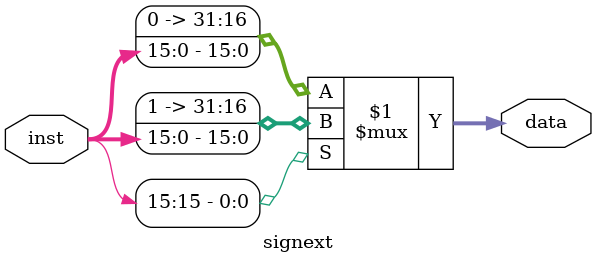
<source format=v>
`timescale 1ns / 1ps
module signext(
    input [15:0] inst,
    output [31:0] data
    );

    assign data = (inst[15]) ? {16'b1111111111111111, inst} : {16'b000000000000000, inst};
	 
endmodule

</source>
